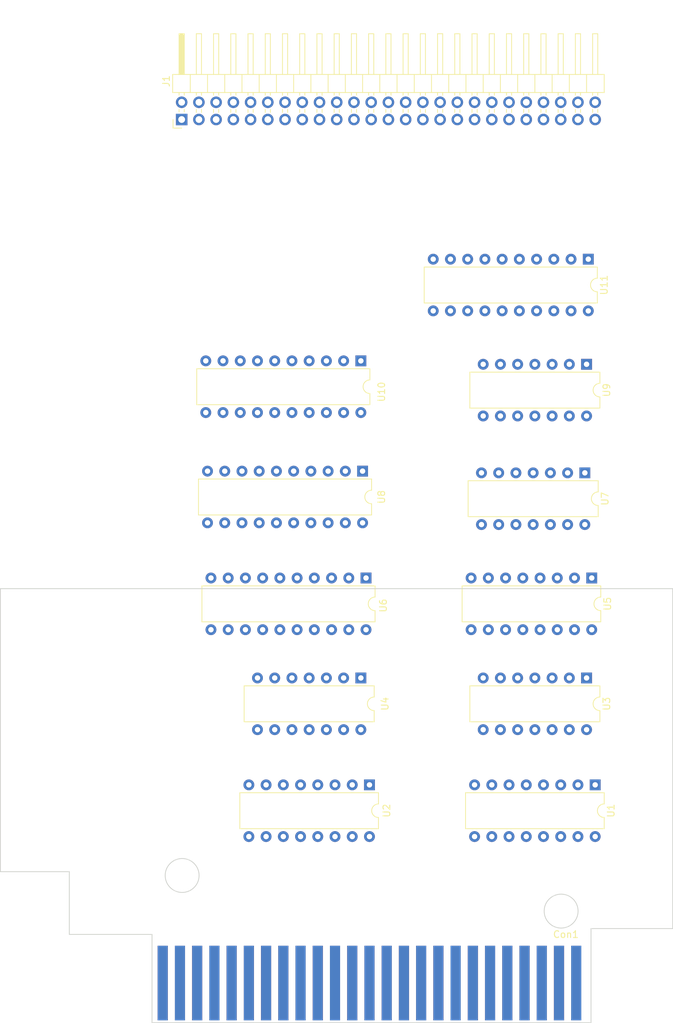
<source format=kicad_pcb>
(kicad_pcb (version 20240108) (generator "pcbnew") (generator_version "8.0")
  (layers (0 "F.Cu" signal) (31 "B.Cu" signal) (34 "B.Paste" user) (35 "F.Paste" user) (36 "B.SilkS" user "B.Silkscreen") (37 "F.SilkS" user "F.Silkscreen") (38 "B.Mask" user) (39 "F.Mask" user) (44 "Edge.Cuts" user))
  (net 0 "")
  (net 129 "GND")
  (net 130 "+5V")
  (footprint "Package_DIP:CERDIP-14_W7.62mm_SideBrazed" (layer "F.Cu") (at 196.596 108.204 -90)
    (property "Reference" "U4" (at 3.81 -3.556 90) (layer "F.SilkS"))
    (property "Value" "74LS08")
    (pad "1" thru_hole rect (at 0 0 270) (size 1.6 1.6) (drill 0.8) (layers "*.Cu" "*.Mask"))
    (pad "2" thru_hole circle (at 0 2.54 270) (size 1.6 1.6) (drill 0.8) (layers "*.Cu" "*.Mask"))
    (pad "3" thru_hole circle (at 0 5.08 270) (size 1.6 1.6) (drill 0.8) (layers "*.Cu" "*.Mask"))
    (pad "4" thru_hole circle (at 0 7.62 270) (size 1.6 1.6) (drill 0.8) (layers "*.Cu" "*.Mask"))
    (pad "5" thru_hole circle (at 0 10.16 270) (size 1.6 1.6) (drill 0.8) (layers "*.Cu" "*.Mask"))
    (pad "6" thru_hole circle (at 0 12.7 270) (size 1.6 1.6) (drill 0.8) (layers "*.Cu" "*.Mask"))
    (pad "7" thru_hole circle (at 0 15.24 270) (size 1.6 1.6) (drill 0.8) (layers "*.Cu" "*.Mask"))
    (pad "8" thru_hole circle (at 7.62 15.24 270) (size 1.6 1.6) (drill 0.8) (layers "*.Cu" "*.Mask"))
    (pad "9" thru_hole circle (at 7.62 12.7 270) (size 1.6 1.6) (drill 0.8) (layers "*.Cu" "*.Mask"))
    (pad "10" thru_hole circle (at 7.62 10.16 270) (size 1.6 1.6) (drill 0.8) (layers "*.Cu" "*.Mask"))
    (pad "11" thru_hole circle (at 7.62 7.62 270) (size 1.6 1.6) (drill 0.8) (layers "*.Cu" "*.Mask"))
    (pad "12" thru_hole circle (at 7.62 5.08 270) (size 1.6 1.6) (drill 0.8) (layers "*.Cu" "*.Mask"))
    (pad "13" thru_hole circle (at 7.62 2.54 270) (size 1.6 1.6) (drill 0.8) (layers "*.Cu" "*.Mask"))
    (pad "14" thru_hole circle (at 7.62 0 270) (size 1.6 1.6) (drill 0.8) (layers "*.Cu" "*.Mask"))
  )
  (footprint "Library:msx_cartridge" (layer "F.Cu") (at 198.374 153.1112)
    (property "Reference" "Con1" (at 28.448 -7.112 0) (layer "F.SilkS"))
    (property "Value" "MSX_CARTRIDGE_PCB")
    (fp_line (start -54.9148 -58.0644) (end -54.9148 -16.3576) (stroke (width 0.12)) (layer "Edge.Cuts"))
    (fp_line (start -54.9148 -16.3576) (end -44.7548 -16.3576) (stroke (width 0.12)) (layer "Edge.Cuts"))
    (fp_line (start -44.7548 -16.3576) (end -44.7548 -7.112) (stroke (width 0.12)) (layer "Edge.Cuts"))
    (fp_line (start -44.7548 -7.112) (end -32.5628 -7.112) (stroke (width 0.12)) (layer "Edge.Cuts"))
    (fp_line (start -32.5628 -7.112) (end -32.5628 5.8928) (stroke (width 0.12)) (layer "Edge.Cuts"))
    (fp_line (start -32.5628 5.8928) (end 32.15 5.8928) (stroke (width 0.12)) (layer "Edge.Cuts"))
    (fp_line (start 32.15 -7.9756) (end 44.196 -7.9756) (stroke (width 0.12)) (layer "Edge.Cuts"))
    (fp_line (start 32.15 5.8928) (end 32.15 -7.9756) (stroke (width 0.12)) (layer "Edge.Cuts"))
    (fp_line (start 44.196 -58.0644) (end -54.9148 -58.0644) (stroke (width 0.12)) (layer "Edge.Cuts"))
    (fp_line (start 44.196 -7.9756) (end 44.196 -58.0644) (stroke (width 0.12)) (layer "Edge.Cuts"))
    (fp_circle (center -28.1244 -15.8) (end -25.6244 -15.8) (stroke (width 0.12)) (fill none) (layer "Edge.Cuts"))
    (fp_circle (center 27.745 -10.55) (end 30.245 -10.55) (stroke (width 0.12)) (fill none) (layer "Edge.Cuts"))
    (pad "1" connect rect (at 29.972 0.0508) (size 1.5 11) (layers "B.Cu" "B.Mask"))
    (pad "2" connect rect (at 29.972 0.0508) (size 1.5 11) (layers "F.Cu" "F.Mask"))
    (pad "3" connect rect (at 27.432 0.0508) (size 1.5 11) (layers "B.Cu" "B.Mask"))
    (pad "4" connect rect (at 27.432 0.0508) (size 1.5 11) (layers "F.Cu" "F.Mask"))
    (pad "5" connect rect (at 24.892 0.0508) (size 1.5 11) (layers "B.Cu" "B.Mask"))
    (pad "6" connect rect (at 24.892 0.0508) (size 1.5 11) (layers "F.Cu" "F.Mask"))
    (pad "7" connect rect (at 22.352 0.0508) (size 1.5 11) (layers "B.Cu" "B.Mask"))
    (pad "8" connect rect (at 22.352 0.0508) (size 1.5 11) (layers "F.Cu" "F.Mask"))
    (pad "9" connect rect (at 19.812 0.0508) (size 1.5 11) (layers "B.Cu" "B.Mask"))
    (pad "10" connect rect (at 19.812 0.0508) (size 1.5 11) (layers "F.Cu" "F.Mask"))
    (pad "11" connect rect (at 17.272 0.0508) (size 1.5 11) (layers "B.Cu" "B.Mask"))
    (pad "12" connect rect (at 17.272 0.0508) (size 1.5 11) (layers "F.Cu" "F.Mask"))
    (pad "13" connect rect (at 14.732 0.0508) (size 1.5 11) (layers "B.Cu" "B.Mask"))
    (pad "14" connect rect (at 14.732 0.0508) (size 1.5 11) (layers "F.Cu" "F.Mask"))
    (pad "15" connect rect (at 12.192 0.0508) (size 1.5 11) (layers "B.Cu" "B.Mask"))
    (pad "16" connect rect (at 12.192 0.0508) (size 1.5 11) (layers "F.Cu" "F.Mask"))
    (pad "17" connect rect (at 9.652 0.0508) (size 1.5 11) (layers "B.Cu" "B.Mask"))
    (pad "18" connect rect (at 9.652 0.0508) (size 1.5 11) (layers "F.Cu" "F.Mask"))
    (pad "19" connect rect (at 7.112 0.0508) (size 1.5 11) (layers "B.Cu" "B.Mask"))
    (pad "20" connect rect (at 7.112 0.0508) (size 1.5 11) (layers "F.Cu" "F.Mask"))
    (pad "21" connect rect (at 4.572 0.0508) (size 1.5 11) (layers "B.Cu" "B.Mask"))
    (pad "22" connect rect (at 4.572 0.0508) (size 1.5 11) (layers "F.Cu" "F.Mask"))
    (pad "23" connect rect (at 2.032 0.0508) (size 1.5 11) (layers "B.Cu" "B.Mask"))
    (pad "24" connect rect (at 2.032 0.0508) (size 1.5 11) (layers "F.Cu" "F.Mask"))
    (pad "25" connect rect (at -0.508 0.0508) (size 1.5 11) (layers "B.Cu" "B.Mask"))
    (pad "26" connect rect (at -0.508 0.0508) (size 1.5 11) (layers "F.Cu" "F.Mask"))
    (pad "27" connect rect (at -3.048 0.0508) (size 1.5 11) (layers "B.Cu" "B.Mask"))
    (pad "28" connect rect (at -3.048 0.0508) (size 1.5 11) (layers "F.Cu" "F.Mask"))
    (pad "29" connect rect (at -5.588 0.0508) (size 1.5 11) (layers "B.Cu" "B.Mask"))
    (pad "30" connect rect (at -5.588 0.0508) (size 1.5 11) (layers "F.Cu" "F.Mask"))
    (pad "31" connect rect (at -8.128 0.0508) (size 1.5 11) (layers "B.Cu" "B.Mask"))
    (pad "32" connect rect (at -8.128 0.0508) (size 1.5 11) (layers "F.Cu" "F.Mask"))
    (pad "33" connect rect (at -10.668 0.0508) (size 1.5 11) (layers "B.Cu" "B.Mask"))
    (pad "34" connect rect (at -10.668 0.0508) (size 1.5 11) (layers "F.Cu" "F.Mask"))
    (pad "35" connect rect (at -13.208 0.0508) (size 1.5 11) (layers "B.Cu" "B.Mask"))
    (pad "36" connect rect (at -13.208 0.0508) (size 1.5 11) (layers "F.Cu" "F.Mask"))
    (pad "37" connect rect (at -15.748 0.0508) (size 1.5 11) (layers "B.Cu" "B.Mask"))
    (pad "38" connect rect (at -15.748 0.0508) (size 1.5 11) (layers "F.Cu" "F.Mask"))
    (pad "39" connect rect (at -18.288 0.0508) (size 1.5 11) (layers "B.Cu" "B.Mask"))
    (pad "40" connect rect (at -18.288 0.0508) (size 1.5 11) (layers "F.Cu" "F.Mask"))
    (pad "41" connect rect (at -20.828 0.0508) (size 1.5 11) (layers "B.Cu" "B.Mask"))
    (pad "42" connect rect (at -20.828 0.0508) (size 1.5 11) (layers "F.Cu" "F.Mask"))
    (pad "43" connect rect (at -23.368 0.0508) (size 1.5 11) (layers "B.Cu" "B.Mask"))
    (pad "44" connect rect (at -23.368 0.0508) (size 1.5 11) (layers "F.Cu" "F.Mask"))
    (pad "45" connect rect (at -25.908 0.0508) (size 1.5 11) (layers "B.Cu" "B.Mask"))
    (pad "46" connect rect (at -25.908 0.0508) (size 1.5 11) (layers "F.Cu" "F.Mask"))
    (pad "47" connect rect (at -28.448 0.0508) (size 1.5 11) (layers "B.Cu" "B.Mask"))
    (pad "48" connect rect (at -28.448 0.0508) (size 1.5 11) (layers "F.Cu" "F.Mask"))
    (pad "49" connect rect (at -30.988 0.0508) (size 1.5 11) (layers "B.Cu" "B.Mask"))
    (pad "50" connect rect (at -30.988 0.0508) (size 1.5 11) (layers "F.Cu" "F.Mask"))
  )
  (footprint "Package_DIP:CERDIP-16_W7.62mm_SideBrazed" (layer "F.Cu") (at 197.866 123.957 -90)
    (property "Reference" "U2" (at 3.805 -2.54 90) (layer "F.SilkS"))
    (property "Value" "74LS138")
    (pad "1" thru_hole rect (at 0 0 270) (size 1.6 1.6) (drill 0.8) (layers "*.Cu" "*.Mask"))
    (pad "2" thru_hole circle (at 0 2.54 270) (size 1.6 1.6) (drill 0.8) (layers "*.Cu" "*.Mask"))
    (pad "3" thru_hole circle (at 0 5.08 270) (size 1.6 1.6) (drill 0.8) (layers "*.Cu" "*.Mask"))
    (pad "4" thru_hole circle (at 0 7.62 270) (size 1.6 1.6) (drill 0.8) (layers "*.Cu" "*.Mask"))
    (pad "5" thru_hole circle (at 0 10.16 270) (size 1.6 1.6) (drill 0.8) (layers "*.Cu" "*.Mask"))
    (pad "6" thru_hole circle (at 0 12.7 270) (size 1.6 1.6) (drill 0.8) (layers "*.Cu" "*.Mask"))
    (pad "7" thru_hole circle (at 0 15.24 270) (size 1.6 1.6) (drill 0.8) (layers "*.Cu" "*.Mask"))
    (pad "8" thru_hole circle (at 0 17.78 270) (size 1.6 1.6) (drill 0.8) (layers "*.Cu" "*.Mask"))
    (pad "9" thru_hole circle (at 7.62 17.78 270) (size 1.6 1.6) (drill 0.8) (layers "*.Cu" "*.Mask"))
    (pad "10" thru_hole circle (at 7.62 15.24 270) (size 1.6 1.6) (drill 0.8) (layers "*.Cu" "*.Mask"))
    (pad "11" thru_hole circle (at 7.62 12.7 270) (size 1.6 1.6) (drill 0.8) (layers "*.Cu" "*.Mask"))
    (pad "12" thru_hole circle (at 7.62 10.16 270) (size 1.6 1.6) (drill 0.8) (layers "*.Cu" "*.Mask"))
    (pad "13" thru_hole circle (at 7.62 7.62 270) (size 1.6 1.6) (drill 0.8) (layers "*.Cu" "*.Mask"))
    (pad "14" thru_hole circle (at 7.62 5.08 270) (size 1.6 1.6) (drill 0.8) (layers "*.Cu" "*.Mask"))
    (pad "15" thru_hole circle (at 7.62 2.54 270) (size 1.6 1.6) (drill 0.8) (layers "*.Cu" "*.Mask"))
    (pad "16" thru_hole circle (at 7.62 0 270) (size 1.6 1.6) (drill 0.8) (layers "*.Cu" "*.Mask"))
  )
  (footprint "Package_DIP:CERDIP-14_W7.62mm_SideBrazed" (layer "F.Cu") (at 229.616 77.978 -90)
    (property "Reference" "U7" (at 3.81 -2.965 90) (layer "F.SilkS"))
    (property "Value" "74LS04")
    (pad "1" thru_hole rect (at 0 0 270) (size 1.6 1.6) (drill 0.8) (layers "*.Cu" "*.Mask"))
    (pad "2" thru_hole circle (at 0 2.54 270) (size 1.6 1.6) (drill 0.8) (layers "*.Cu" "*.Mask"))
    (pad "3" thru_hole circle (at 0 5.08 270) (size 1.6 1.6) (drill 0.8) (layers "*.Cu" "*.Mask"))
    (pad "4" thru_hole circle (at 0 7.62 270) (size 1.6 1.6) (drill 0.8) (layers "*.Cu" "*.Mask"))
    (pad "5" thru_hole circle (at 0 10.16 270) (size 1.6 1.6) (drill 0.8) (layers "*.Cu" "*.Mask"))
    (pad "6" thru_hole circle (at 0 12.7 270) (size 1.6 1.6) (drill 0.8) (layers "*.Cu" "*.Mask"))
    (pad "7" thru_hole circle (at 0 15.24 270) (size 1.6 1.6) (drill 0.8) (layers "*.Cu" "*.Mask"))
    (pad "8" thru_hole circle (at 7.62 15.24 270) (size 1.6 1.6) (drill 0.8) (layers "*.Cu" "*.Mask"))
    (pad "9" thru_hole circle (at 7.62 12.7 270) (size 1.6 1.6) (drill 0.8) (layers "*.Cu" "*.Mask"))
    (pad "10" thru_hole circle (at 7.62 10.16 270) (size 1.6 1.6) (drill 0.8) (layers "*.Cu" "*.Mask"))
    (pad "11" thru_hole circle (at 7.62 7.62 270) (size 1.6 1.6) (drill 0.8) (layers "*.Cu" "*.Mask"))
    (pad "12" thru_hole circle (at 7.62 5.08 270) (size 1.6 1.6) (drill 0.8) (layers "*.Cu" "*.Mask"))
    (pad "13" thru_hole circle (at 7.62 2.54 270) (size 1.6 1.6) (drill 0.8) (layers "*.Cu" "*.Mask"))
    (pad "14" thru_hole circle (at 7.62 0 270) (size 1.6 1.6) (drill 0.8) (layers "*.Cu" "*.Mask"))
  )
  (footprint "Package_DIP:CERDIP-20_W7.62mm_SideBrazed" (layer "F.Cu") (at 230.124 46.487 -90)
    (property "Reference" "U11" (at 3.81 -2.33 90) (layer "F.SilkS"))
    (property "Value" "74LS240")
    (pad "1" thru_hole rect (at 0 0 270) (size 1.6 1.6) (drill 0.8) (layers "*.Cu" "*.Mask"))
    (pad "2" thru_hole circle (at 0 2.54 270) (size 1.6 1.6) (drill 0.8) (layers "*.Cu" "*.Mask"))
    (pad "3" thru_hole circle (at 0 5.08 270) (size 1.6 1.6) (drill 0.8) (layers "*.Cu" "*.Mask"))
    (pad "4" thru_hole circle (at 0 7.62 270) (size 1.6 1.6) (drill 0.8) (layers "*.Cu" "*.Mask"))
    (pad "5" thru_hole circle (at 0 10.16 270) (size 1.6 1.6) (drill 0.8) (layers "*.Cu" "*.Mask"))
    (pad "6" thru_hole circle (at 0 12.7 270) (size 1.6 1.6) (drill 0.8) (layers "*.Cu" "*.Mask"))
    (pad "7" thru_hole circle (at 0 15.24 270) (size 1.6 1.6) (drill 0.8) (layers "*.Cu" "*.Mask"))
    (pad "8" thru_hole circle (at 0 17.78 270) (size 1.6 1.6) (drill 0.8) (layers "*.Cu" "*.Mask"))
    (pad "9" thru_hole circle (at 0 20.32 270) (size 1.6 1.6) (drill 0.8) (layers "*.Cu" "*.Mask"))
    (pad "10" thru_hole circle (at 0 22.86 270) (size 1.6 1.6) (drill 0.8) (layers "*.Cu" "*.Mask"))
    (pad "11" thru_hole circle (at 7.62 22.86 270) (size 1.6 1.6) (drill 0.8) (layers "*.Cu" "*.Mask"))
    (pad "12" thru_hole circle (at 7.62 20.32 270) (size 1.6 1.6) (drill 0.8) (layers "*.Cu" "*.Mask"))
    (pad "13" thru_hole circle (at 7.62 17.78 270) (size 1.6 1.6) (drill 0.8) (layers "*.Cu" "*.Mask"))
    (pad "14" thru_hole circle (at 7.62 15.24 270) (size 1.6 1.6) (drill 0.8) (layers "*.Cu" "*.Mask"))
    (pad "15" thru_hole circle (at 7.62 12.7 270) (size 1.6 1.6) (drill 0.8) (layers "*.Cu" "*.Mask"))
    (pad "16" thru_hole circle (at 7.62 10.16 270) (size 1.6 1.6) (drill 0.8) (layers "*.Cu" "*.Mask"))
    (pad "17" thru_hole circle (at 7.62 7.62 270) (size 1.6 1.6) (drill 0.8) (layers "*.Cu" "*.Mask"))
    (pad "18" thru_hole circle (at 7.62 5.08 270) (size 1.6 1.6) (drill 0.8) (layers "*.Cu" "*.Mask"))
    (pad "19" thru_hole circle (at 7.62 2.54 270) (size 1.6 1.6) (drill 0.8) (layers "*.Cu" "*.Mask"))
    (pad "20" thru_hole circle (at 7.62 0 270) (size 1.6 1.6) (drill 0.8) (layers "*.Cu" "*.Mask"))
  )
  (footprint "Package_DIP:CERDIP-14_W7.62mm_SideBrazed" (layer "F.Cu") (at 229.87 108.204 -90)
    (property "Reference" "U3" (at 3.81 -2.965 90) (layer "F.SilkS"))
    (property "Value" "74LS74")
    (pad "1" thru_hole rect (at 0 0 270) (size 1.6 1.6) (drill 0.8) (layers "*.Cu" "*.Mask"))
    (pad "2" thru_hole circle (at 0 2.54 270) (size 1.6 1.6) (drill 0.8) (layers "*.Cu" "*.Mask"))
    (pad "3" thru_hole circle (at 0 5.08 270) (size 1.6 1.6) (drill 0.8) (layers "*.Cu" "*.Mask"))
    (pad "4" thru_hole circle (at 0 7.62 270) (size 1.6 1.6) (drill 0.8) (layers "*.Cu" "*.Mask"))
    (pad "5" thru_hole circle (at 0 10.16 270) (size 1.6 1.6) (drill 0.8) (layers "*.Cu" "*.Mask"))
    (pad "6" thru_hole circle (at 0 12.7 270) (size 1.6 1.6) (drill 0.8) (layers "*.Cu" "*.Mask"))
    (pad "7" thru_hole circle (at 0 15.24 270) (size 1.6 1.6) (drill 0.8) (layers "*.Cu" "*.Mask"))
    (pad "8" thru_hole circle (at 7.62 15.24 270) (size 1.6 1.6) (drill 0.8) (layers "*.Cu" "*.Mask"))
    (pad "9" thru_hole circle (at 7.62 12.7 270) (size 1.6 1.6) (drill 0.8) (layers "*.Cu" "*.Mask"))
    (pad "10" thru_hole circle (at 7.62 10.16 270) (size 1.6 1.6) (drill 0.8) (layers "*.Cu" "*.Mask"))
    (pad "11" thru_hole circle (at 7.62 7.62 270) (size 1.6 1.6) (drill 0.8) (layers "*.Cu" "*.Mask"))
    (pad "12" thru_hole circle (at 7.62 5.08 270) (size 1.6 1.6) (drill 0.8) (layers "*.Cu" "*.Mask"))
    (pad "13" thru_hole circle (at 7.62 2.54 270) (size 1.6 1.6) (drill 0.8) (layers "*.Cu" "*.Mask"))
    (pad "14" thru_hole circle (at 7.62 0 270) (size 1.6 1.6) (drill 0.8) (layers "*.Cu" "*.Mask"))
  )
  (footprint "Package_DIP:CERDIP-14_W7.62mm_SideBrazed" (layer "F.Cu") (at 229.87 61.976 -90)
    (property "Reference" "U9" (at 3.81 -2.965 90) (layer "F.SilkS"))
    (property "Value" "7438")
    (pad "1" thru_hole rect (at 0 0 270) (size 1.6 1.6) (drill 0.8) (layers "*.Cu" "*.Mask"))
    (pad "2" thru_hole circle (at 0 2.54 270) (size 1.6 1.6) (drill 0.8) (layers "*.Cu" "*.Mask"))
    (pad "3" thru_hole circle (at 0 5.08 270) (size 1.6 1.6) (drill 0.8) (layers "*.Cu" "*.Mask"))
    (pad "4" thru_hole circle (at 0 7.62 270) (size 1.6 1.6) (drill 0.8) (layers "*.Cu" "*.Mask"))
    (pad "5" thru_hole circle (at 0 10.16 270) (size 1.6 1.6) (drill 0.8) (layers "*.Cu" "*.Mask"))
    (pad "6" thru_hole circle (at 0 12.7 270) (size 1.6 1.6) (drill 0.8) (layers "*.Cu" "*.Mask"))
    (pad "7" thru_hole circle (at 0 15.24 270) (size 1.6 1.6) (drill 0.8) (layers "*.Cu" "*.Mask"))
    (pad "8" thru_hole circle (at 7.62 15.24 270) (size 1.6 1.6) (drill 0.8) (layers "*.Cu" "*.Mask"))
    (pad "9" thru_hole circle (at 7.62 12.7 270) (size 1.6 1.6) (drill 0.8) (layers "*.Cu" "*.Mask"))
    (pad "10" thru_hole circle (at 7.62 10.16 270) (size 1.6 1.6) (drill 0.8) (layers "*.Cu" "*.Mask"))
    (pad "11" thru_hole circle (at 7.62 7.62 270) (size 1.6 1.6) (drill 0.8) (layers "*.Cu" "*.Mask"))
    (pad "12" thru_hole circle (at 7.62 5.08 270) (size 1.6 1.6) (drill 0.8) (layers "*.Cu" "*.Mask"))
    (pad "13" thru_hole circle (at 7.62 2.54 270) (size 1.6 1.6) (drill 0.8) (layers "*.Cu" "*.Mask"))
    (pad "14" thru_hole circle (at 7.62 0 270) (size 1.6 1.6) (drill 0.8) (layers "*.Cu" "*.Mask"))
  )
  (footprint "Connector_PinHeader_2.54mm:PinHeader_2x25_P2.54mm_Horizontal" (layer "F.Cu") (at 170.18 25.908 90)
    (property "Reference" "J1" (at 5.655 -2.27 90) (layer "F.SilkS"))
    (property "Value" "Conn_02x25_Counter_Clockwise")
    (pad "1" thru_hole rect (at 0 0 90) (size 1.7 1.7) (drill 1) (layers "*.Cu" "*.Mask"))
    (pad "2" thru_hole oval (at 2.54 0 90) (size 1.7 1.7) (drill 1) (layers "*.Cu" "*.Mask"))
    (pad "3" thru_hole oval (at 0 2.54 90) (size 1.7 1.7) (drill 1) (layers "*.Cu" "*.Mask"))
    (pad "4" thru_hole oval (at 2.54 2.54 90) (size 1.7 1.7) (drill 1) (layers "*.Cu" "*.Mask"))
    (pad "5" thru_hole oval (at 0 5.08 90) (size 1.7 1.7) (drill 1) (layers "*.Cu" "*.Mask"))
    (pad "6" thru_hole oval (at 2.54 5.08 90) (size 1.7 1.7) (drill 1) (layers "*.Cu" "*.Mask"))
    (pad "7" thru_hole oval (at 0 7.62 90) (size 1.7 1.7) (drill 1) (layers "*.Cu" "*.Mask"))
    (pad "8" thru_hole oval (at 2.54 7.62 90) (size 1.7 1.7) (drill 1) (layers "*.Cu" "*.Mask"))
    (pad "9" thru_hole oval (at 0 10.16 90) (size 1.7 1.7) (drill 1) (layers "*.Cu" "*.Mask"))
    (pad "10" thru_hole oval (at 2.54 10.16 90) (size 1.7 1.7) (drill 1) (layers "*.Cu" "*.Mask"))
    (pad "11" thru_hole oval (at 0 12.7 90) (size 1.7 1.7) (drill 1) (layers "*.Cu" "*.Mask"))
    (pad "12" thru_hole oval (at 2.54 12.7 90) (size 1.7 1.7) (drill 1) (layers "*.Cu" "*.Mask"))
    (pad "13" thru_hole oval (at 0 15.24 90) (size 1.7 1.7) (drill 1) (layers "*.Cu" "*.Mask"))
    (pad "14" thru_hole oval (at 2.54 15.24 90) (size 1.7 1.7) (drill 1) (layers "*.Cu" "*.Mask"))
    (pad "15" thru_hole oval (at 0 17.78 90) (size 1.7 1.7) (drill 1) (layers "*.Cu" "*.Mask"))
    (pad "16" thru_hole oval (at 2.54 17.78 90) (size 1.7 1.7) (drill 1) (layers "*.Cu" "*.Mask"))
    (pad "17" thru_hole oval (at 0 20.32 90) (size 1.7 1.7) (drill 1) (layers "*.Cu" "*.Mask"))
    (pad "18" thru_hole oval (at 2.54 20.32 90) (size 1.7 1.7) (drill 1) (layers "*.Cu" "*.Mask"))
    (pad "19" thru_hole oval (at 0 22.86 90) (size 1.7 1.7) (drill 1) (layers "*.Cu" "*.Mask"))
    (pad "20" thru_hole oval (at 2.54 22.86 90) (size 1.7 1.7) (drill 1) (layers "*.Cu" "*.Mask"))
    (pad "21" thru_hole oval (at 0 25.4 90) (size 1.7 1.7) (drill 1) (layers "*.Cu" "*.Mask"))
    (pad "22" thru_hole oval (at 2.54 25.4 90) (size 1.7 1.7) (drill 1) (layers "*.Cu" "*.Mask"))
    (pad "23" thru_hole oval (at 0 27.94 90) (size 1.7 1.7) (drill 1) (layers "*.Cu" "*.Mask"))
    (pad "24" thru_hole oval (at 2.54 27.94 90) (size 1.7 1.7) (drill 1) (layers "*.Cu" "*.Mask"))
    (pad "25" thru_hole oval (at 0 30.48 90) (size 1.7 1.7) (drill 1) (layers "*.Cu" "*.Mask"))
    (pad "26" thru_hole oval (at 2.54 30.48 90) (size 1.7 1.7) (drill 1) (layers "*.Cu" "*.Mask"))
    (pad "27" thru_hole oval (at 0 33.02 90) (size 1.7 1.7) (drill 1) (layers "*.Cu" "*.Mask"))
    (pad "28" thru_hole oval (at 2.54 33.02 90) (size 1.7 1.7) (drill 1) (layers "*.Cu" "*.Mask"))
    (pad "29" thru_hole oval (at 0 35.56 90) (size 1.7 1.7) (drill 1) (layers "*.Cu" "*.Mask"))
    (pad "30" thru_hole oval (at 2.54 35.56 90) (size 1.7 1.7) (drill 1) (layers "*.Cu" "*.Mask"))
    (pad "31" thru_hole oval (at 0 38.1 90) (size 1.7 1.7) (drill 1) (layers "*.Cu" "*.Mask"))
    (pad "32" thru_hole oval (at 2.54 38.1 90) (size 1.7 1.7) (drill 1) (layers "*.Cu" "*.Mask"))
    (pad "33" thru_hole oval (at 0 40.64 90) (size 1.7 1.7) (drill 1) (layers "*.Cu" "*.Mask"))
    (pad "34" thru_hole oval (at 2.54 40.64 90) (size 1.7 1.7) (drill 1) (layers "*.Cu" "*.Mask"))
    (pad "35" thru_hole oval (at 0 43.18 90) (size 1.7 1.7) (drill 1) (layers "*.Cu" "*.Mask"))
    (pad "36" thru_hole oval (at 2.54 43.18 90) (size 1.7 1.7) (drill 1) (layers "*.Cu" "*.Mask"))
    (pad "37" thru_hole oval (at 0 45.72 90) (size 1.7 1.7) (drill 1) (layers "*.Cu" "*.Mask"))
    (pad "38" thru_hole oval (at 2.54 45.72 90) (size 1.7 1.7) (drill 1) (layers "*.Cu" "*.Mask"))
    (pad "39" thru_hole oval (at 0 48.26 90) (size 1.7 1.7) (drill 1) (layers "*.Cu" "*.Mask"))
    (pad "40" thru_hole oval (at 2.54 48.26 90) (size 1.7 1.7) (drill 1) (layers "*.Cu" "*.Mask"))
    (pad "41" thru_hole oval (at 0 50.8 90) (size 1.7 1.7) (drill 1) (layers "*.Cu" "*.Mask"))
    (pad "42" thru_hole oval (at 2.54 50.8 90) (size 1.7 1.7) (drill 1) (layers "*.Cu" "*.Mask"))
    (pad "43" thru_hole oval (at 0 53.34 90) (size 1.7 1.7) (drill 1) (layers "*.Cu" "*.Mask"))
    (pad "44" thru_hole oval (at 2.54 53.34 90) (size 1.7 1.7) (drill 1) (layers "*.Cu" "*.Mask"))
    (pad "45" thru_hole oval (at 0 55.88 90) (size 1.7 1.7) (drill 1) (layers "*.Cu" "*.Mask"))
    (pad "46" thru_hole oval (at 2.54 55.88 90) (size 1.7 1.7) (drill 1) (layers "*.Cu" "*.Mask"))
    (pad "47" thru_hole oval (at 0 58.42 90) (size 1.7 1.7) (drill 1) (layers "*.Cu" "*.Mask"))
    (pad "48" thru_hole oval (at 2.54 58.42 90) (size 1.7 1.7) (drill 1) (layers "*.Cu" "*.Mask"))
    (pad "49" thru_hole oval (at 0 60.96 90) (size 1.7 1.7) (drill 1) (layers "*.Cu" "*.Mask"))
    (pad "50" thru_hole oval (at 2.54 60.96 90) (size 1.7 1.7) (drill 1) (layers "*.Cu" "*.Mask"))
  )
  (footprint "Package_DIP:CERDIP-20_W7.62mm_SideBrazed" (layer "F.Cu") (at 196.596 61.473 -90)
    (property "Reference" "U10" (at 4.567 -3.048 90) (layer "F.SilkS"))
    (property "Value" "74LS240")
    (pad "1" thru_hole rect (at 0 0 270) (size 1.6 1.6) (drill 0.8) (layers "*.Cu" "*.Mask"))
    (pad "2" thru_hole circle (at 0 2.54 270) (size 1.6 1.6) (drill 0.8) (layers "*.Cu" "*.Mask"))
    (pad "3" thru_hole circle (at 0 5.08 270) (size 1.6 1.6) (drill 0.8) (layers "*.Cu" "*.Mask"))
    (pad "4" thru_hole circle (at 0 7.62 270) (size 1.6 1.6) (drill 0.8) (layers "*.Cu" "*.Mask"))
    (pad "5" thru_hole circle (at 0 10.16 270) (size 1.6 1.6) (drill 0.8) (layers "*.Cu" "*.Mask"))
    (pad "6" thru_hole circle (at 0 12.7 270) (size 1.6 1.6) (drill 0.8) (layers "*.Cu" "*.Mask"))
    (pad "7" thru_hole circle (at 0 15.24 270) (size 1.6 1.6) (drill 0.8) (layers "*.Cu" "*.Mask"))
    (pad "8" thru_hole circle (at 0 17.78 270) (size 1.6 1.6) (drill 0.8) (layers "*.Cu" "*.Mask"))
    (pad "9" thru_hole circle (at 0 20.32 270) (size 1.6 1.6) (drill 0.8) (layers "*.Cu" "*.Mask"))
    (pad "10" thru_hole circle (at 0 22.86 270) (size 1.6 1.6) (drill 0.8) (layers "*.Cu" "*.Mask") (net 129 "GND"))
    (pad "11" thru_hole circle (at 7.62 22.86 270) (size 1.6 1.6) (drill 0.8) (layers "*.Cu" "*.Mask"))
    (pad "12" thru_hole circle (at 7.62 20.32 270) (size 1.6 1.6) (drill 0.8) (layers "*.Cu" "*.Mask"))
    (pad "13" thru_hole circle (at 7.62 17.78 270) (size 1.6 1.6) (drill 0.8) (layers "*.Cu" "*.Mask"))
    (pad "14" thru_hole circle (at 7.62 15.24 270) (size 1.6 1.6) (drill 0.8) (layers "*.Cu" "*.Mask"))
    (pad "15" thru_hole circle (at 7.62 12.7 270) (size 1.6 1.6) (drill 0.8) (layers "*.Cu" "*.Mask"))
    (pad "16" thru_hole circle (at 7.62 10.16 270) (size 1.6 1.6) (drill 0.8) (layers "*.Cu" "*.Mask"))
    (pad "17" thru_hole circle (at 7.62 7.62 270) (size 1.6 1.6) (drill 0.8) (layers "*.Cu" "*.Mask"))
    (pad "18" thru_hole circle (at 7.62 5.08 270) (size 1.6 1.6) (drill 0.8) (layers "*.Cu" "*.Mask"))
    (pad "19" thru_hole circle (at 7.62 2.54 270) (size 1.6 1.6) (drill 0.8) (layers "*.Cu" "*.Mask"))
    (pad "20" thru_hole circle (at 7.62 0 270) (size 1.6 1.6) (drill 0.8) (layers "*.Cu" "*.Mask") (net 130 "+5V"))
  )
  (footprint "Package_DIP:CERDIP-20_W7.62mm_SideBrazed" (layer "F.Cu") (at 197.358 93.472 -90)
    (property "Reference" "U6" (at 4.064 -2.54 90) (layer "F.SilkS"))
    (property "Value" "74LS373")
    (pad "1" thru_hole rect (at 0 0 270) (size 1.6 1.6) (drill 0.8) (layers "*.Cu" "*.Mask"))
    (pad "2" thru_hole circle (at 0 2.54 270) (size 1.6 1.6) (drill 0.8) (layers "*.Cu" "*.Mask"))
    (pad "3" thru_hole circle (at 0 5.08 270) (size 1.6 1.6) (drill 0.8) (layers "*.Cu" "*.Mask"))
    (pad "4" thru_hole circle (at 0 7.62 270) (size 1.6 1.6) (drill 0.8) (layers "*.Cu" "*.Mask"))
    (pad "5" thru_hole circle (at 0 10.16 270) (size 1.6 1.6) (drill 0.8) (layers "*.Cu" "*.Mask"))
    (pad "6" thru_hole circle (at 0 12.7 270) (size 1.6 1.6) (drill 0.8) (layers "*.Cu" "*.Mask"))
    (pad "7" thru_hole circle (at 0 15.24 270) (size 1.6 1.6) (drill 0.8) (layers "*.Cu" "*.Mask"))
    (pad "8" thru_hole circle (at 0 17.78 270) (size 1.6 1.6) (drill 0.8) (layers "*.Cu" "*.Mask"))
    (pad "9" thru_hole circle (at 0 20.32 270) (size 1.6 1.6) (drill 0.8) (layers "*.Cu" "*.Mask"))
    (pad "10" thru_hole circle (at 0 22.86 270) (size 1.6 1.6) (drill 0.8) (layers "*.Cu" "*.Mask"))
    (pad "11" thru_hole circle (at 7.62 22.86 270) (size 1.6 1.6) (drill 0.8) (layers "*.Cu" "*.Mask"))
    (pad "12" thru_hole circle (at 7.62 20.32 270) (size 1.6 1.6) (drill 0.8) (layers "*.Cu" "*.Mask"))
    (pad "13" thru_hole circle (at 7.62 17.78 270) (size 1.6 1.6) (drill 0.8) (layers "*.Cu" "*.Mask"))
    (pad "14" thru_hole circle (at 7.62 15.24 270) (size 1.6 1.6) (drill 0.8) (layers "*.Cu" "*.Mask"))
    (pad "15" thru_hole circle (at 7.62 12.7 270) (size 1.6 1.6) (drill 0.8) (layers "*.Cu" "*.Mask"))
    (pad "16" thru_hole circle (at 7.62 10.16 270) (size 1.6 1.6) (drill 0.8) (layers "*.Cu" "*.Mask"))
    (pad "17" thru_hole circle (at 7.62 7.62 270) (size 1.6 1.6) (drill 0.8) (layers "*.Cu" "*.Mask"))
    (pad "18" thru_hole circle (at 7.62 5.08 270) (size 1.6 1.6) (drill 0.8) (layers "*.Cu" "*.Mask"))
    (pad "19" thru_hole circle (at 7.62 2.54 270) (size 1.6 1.6) (drill 0.8) (layers "*.Cu" "*.Mask"))
    (pad "20" thru_hole circle (at 7.62 0 270) (size 1.6 1.6) (drill 0.8) (layers "*.Cu" "*.Mask"))
  )
  (footprint "Package_DIP:CERDIP-16_W7.62mm_SideBrazed" (layer "F.Cu") (at 230.632 93.472 -90)
    (property "Reference" "U5" (at 3.81 -2.33 90) (layer "F.SilkS"))
    (property "Value" "74LS175")
    (pad "1" thru_hole rect (at 0 0 270) (size 1.6 1.6) (drill 0.8) (layers "*.Cu" "*.Mask"))
    (pad "2" thru_hole circle (at 0 2.54 270) (size 1.6 1.6) (drill 0.8) (layers "*.Cu" "*.Mask"))
    (pad "3" thru_hole circle (at 0 5.08 270) (size 1.6 1.6) (drill 0.8) (layers "*.Cu" "*.Mask"))
    (pad "4" thru_hole circle (at 0 7.62 270) (size 1.6 1.6) (drill 0.8) (layers "*.Cu" "*.Mask"))
    (pad "5" thru_hole circle (at 0 10.16 270) (size 1.6 1.6) (drill 0.8) (layers "*.Cu" "*.Mask"))
    (pad "6" thru_hole circle (at 0 12.7 270) (size 1.6 1.6) (drill 0.8) (layers "*.Cu" "*.Mask"))
    (pad "7" thru_hole circle (at 0 15.24 270) (size 1.6 1.6) (drill 0.8) (layers "*.Cu" "*.Mask"))
    (pad "8" thru_hole circle (at 0 17.78 270) (size 1.6 1.6) (drill 0.8) (layers "*.Cu" "*.Mask"))
    (pad "9" thru_hole circle (at 7.62 17.78 270) (size 1.6 1.6) (drill 0.8) (layers "*.Cu" "*.Mask"))
    (pad "10" thru_hole circle (at 7.62 15.24 270) (size 1.6 1.6) (drill 0.8) (layers "*.Cu" "*.Mask"))
    (pad "11" thru_hole circle (at 7.62 12.7 270) (size 1.6 1.6) (drill 0.8) (layers "*.Cu" "*.Mask"))
    (pad "12" thru_hole circle (at 7.62 10.16 270) (size 1.6 1.6) (drill 0.8) (layers "*.Cu" "*.Mask"))
    (pad "13" thru_hole circle (at 7.62 7.62 270) (size 1.6 1.6) (drill 0.8) (layers "*.Cu" "*.Mask"))
    (pad "14" thru_hole circle (at 7.62 5.08 270) (size 1.6 1.6) (drill 0.8) (layers "*.Cu" "*.Mask"))
    (pad "15" thru_hole circle (at 7.62 2.54 270) (size 1.6 1.6) (drill 0.8) (layers "*.Cu" "*.Mask"))
    (pad "16" thru_hole circle (at 7.62 0 270) (size 1.6 1.6) (drill 0.8) (layers "*.Cu" "*.Mask"))
  )
  (footprint "Package_DIP:CERDIP-20_W7.62mm_SideBrazed" (layer "F.Cu") (at 196.85 77.724 -90)
    (property "Reference" "U8" (at 3.81 -2.794 90) (layer "F.SilkS"))
    (property "Value" "74LS240")
    (pad "1" thru_hole rect (at 0 0 270) (size 1.6 1.6) (drill 0.8) (layers "*.Cu" "*.Mask"))
    (pad "2" thru_hole circle (at 0 2.54 270) (size 1.6 1.6) (drill 0.8) (layers "*.Cu" "*.Mask"))
    (pad "3" thru_hole circle (at 0 5.08 270) (size 1.6 1.6) (drill 0.8) (layers "*.Cu" "*.Mask"))
    (pad "4" thru_hole circle (at 0 7.62 270) (size 1.6 1.6) (drill 0.8) (layers "*.Cu" "*.Mask"))
    (pad "5" thru_hole circle (at 0 10.16 270) (size 1.6 1.6) (drill 0.8) (layers "*.Cu" "*.Mask"))
    (pad "6" thru_hole circle (at 0 12.7 270) (size 1.6 1.6) (drill 0.8) (layers "*.Cu" "*.Mask"))
    (pad "7" thru_hole circle (at 0 15.24 270) (size 1.6 1.6) (drill 0.8) (layers "*.Cu" "*.Mask"))
    (pad "8" thru_hole circle (at 0 17.78 270) (size 1.6 1.6) (drill 0.8) (layers "*.Cu" "*.Mask"))
    (pad "9" thru_hole circle (at 0 20.32 270) (size 1.6 1.6) (drill 0.8) (layers "*.Cu" "*.Mask"))
    (pad "10" thru_hole circle (at 0 22.86 270) (size 1.6 1.6) (drill 0.8) (layers "*.Cu" "*.Mask") (net 129 "GND"))
    (pad "11" thru_hole circle (at 7.62 22.86 270) (size 1.6 1.6) (drill 0.8) (layers "*.Cu" "*.Mask"))
    (pad "12" thru_hole circle (at 7.62 20.32 270) (size 1.6 1.6) (drill 0.8) (layers "*.Cu" "*.Mask"))
    (pad "13" thru_hole circle (at 7.62 17.78 270) (size 1.6 1.6) (drill 0.8) (layers "*.Cu" "*.Mask"))
    (pad "14" thru_hole circle (at 7.62 15.24 270) (size 1.6 1.6) (drill 0.8) (layers "*.Cu" "*.Mask"))
    (pad "15" thru_hole circle (at 7.62 12.7 270) (size 1.6 1.6) (drill 0.8) (layers "*.Cu" "*.Mask"))
    (pad "16" thru_hole circle (at 7.62 10.16 270) (size 1.6 1.6) (drill 0.8) (layers "*.Cu" "*.Mask"))
    (pad "17" thru_hole circle (at 7.62 7.62 270) (size 1.6 1.6) (drill 0.8) (layers "*.Cu" "*.Mask"))
    (pad "18" thru_hole circle (at 7.62 5.08 270) (size 1.6 1.6) (drill 0.8) (layers "*.Cu" "*.Mask"))
    (pad "19" thru_hole circle (at 7.62 2.54 270) (size 1.6 1.6) (drill 0.8) (layers "*.Cu" "*.Mask"))
    (pad "20" thru_hole circle (at 7.62 0 270) (size 1.6 1.6) (drill 0.8) (layers "*.Cu" "*.Mask") (net 130 "+5V"))
  )
  (footprint "Package_DIP:CERDIP-16_W7.62mm_SideBrazed" (layer "F.Cu") (at 231.14 123.957 -90)
    (property "Reference" "U1" (at 3.81 -2.33 90) (layer "F.SilkS"))
    (property "Value" "74LS138")
    (pad "1" thru_hole rect (at 0 0 270) (size 1.6 1.6) (drill 0.8) (layers "*.Cu" "*.Mask"))
    (pad "2" thru_hole circle (at 0 2.54 270) (size 1.6 1.6) (drill 0.8) (layers "*.Cu" "*.Mask"))
    (pad "3" thru_hole circle (at 0 5.08 270) (size 1.6 1.6) (drill 0.8) (layers "*.Cu" "*.Mask"))
    (pad "4" thru_hole circle (at 0 7.62 270) (size 1.6 1.6) (drill 0.8) (layers "*.Cu" "*.Mask"))
    (pad "5" thru_hole circle (at 0 10.16 270) (size 1.6 1.6) (drill 0.8) (layers "*.Cu" "*.Mask"))
    (pad "6" thru_hole circle (at 0 12.7 270) (size 1.6 1.6) (drill 0.8) (layers "*.Cu" "*.Mask"))
    (pad "7" thru_hole circle (at 0 15.24 270) (size 1.6 1.6) (drill 0.8) (layers "*.Cu" "*.Mask"))
    (pad "8" thru_hole circle (at 0 17.78 270) (size 1.6 1.6) (drill 0.8) (layers "*.Cu" "*.Mask"))
    (pad "9" thru_hole circle (at 7.62 17.78 270) (size 1.6 1.6) (drill 0.8) (layers "*.Cu" "*.Mask"))
    (pad "10" thru_hole circle (at 7.62 15.24 270) (size 1.6 1.6) (drill 0.8) (layers "*.Cu" "*.Mask"))
    (pad "11" thru_hole circle (at 7.62 12.7 270) (size 1.6 1.6) (drill 0.8) (layers "*.Cu" "*.Mask"))
    (pad "12" thru_hole circle (at 7.62 10.16 270) (size 1.6 1.6) (drill 0.8) (layers "*.Cu" "*.Mask"))
    (pad "13" thru_hole circle (at 7.62 7.62 270) (size 1.6 1.6) (drill 0.8) (layers "*.Cu" "*.Mask"))
    (pad "14" thru_hole circle (at 7.62 5.08 270) (size 1.6 1.6) (drill 0.8) (layers "*.Cu" "*.Mask"))
    (pad "15" thru_hole circle (at 7.62 2.54 270) (size 1.6 1.6) (drill 0.8) (layers "*.Cu" "*.Mask"))
    (pad "16" thru_hole circle (at 7.62 0 270) (size 1.6 1.6) (drill 0.8) (layers "*.Cu" "*.Mask"))
  )
)
</source>
